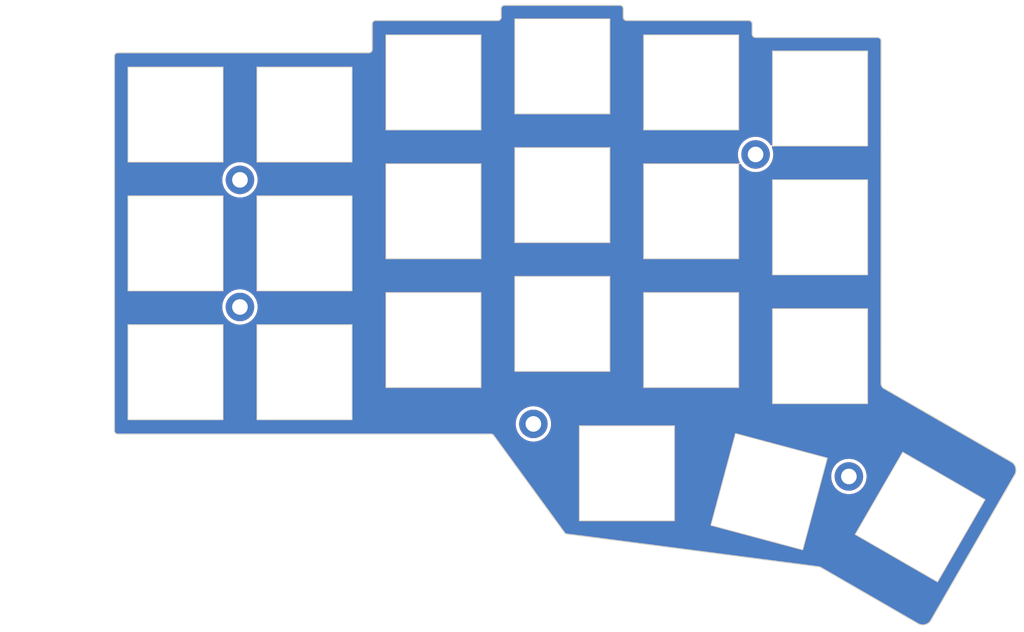
<source format=kicad_pcb>
(kicad_pcb (version 20221018) (generator pcbnew)
  (title_block (title "Corne Top Plate") (date "2018-12-09") (rev "2.1") (company "foostan"))
  (layers (0 "F.Cu" signal) (31 "B.Cu" signal) (34 "B.Paste" user) (35 "F.Paste" user) (36 "B.SilkS" user "B.Silkscreen") (37 "F.SilkS" user "F.Silkscreen") (38 "B.Mask" user) (39 "F.Mask" user) (44 "Edge.Cuts" user))
  (net 0 "")
  (footprint "kbd:M2_Hole_TH" (layer "F.Cu") (at 79.5 86.75)
    (fp_text reference "" (at 0 -3.2) (layer "F.SilkS"))
    (fp_text value "")
    (pad "" thru_hole circle (at 0 0) (size 4.2 4.2) (drill 2.3) (layers "*.Cu" "*.Mask"))
  )
  (footprint "kbd:M2_Hole_TH" (layer "F.Cu") (at 79.5 105.5)
    (fp_text reference "" (at 0 -3.2) (layer "F.SilkS"))
    (fp_text value "")
    (pad "" thru_hole circle (at 0 0) (size 4.2 4.2) (drill 2.3) (layers "*.Cu" "*.Mask"))
  )
  (footprint "kbd:M2_Hole_TH" (layer "F.Cu") (at 155.5 83)
    (fp_text reference "" (at 0 -3.2) (layer "F.SilkS"))
    (fp_text value "")
    (pad "" thru_hole circle (at 0 0) (size 4.2 4.2) (drill 2.3) (layers "*.Cu" "*.Mask"))
  )
  (footprint "kbd:M2_Hole_TH" (layer "F.Cu") (at 122.75 122.75)
    (fp_text reference "" (at 0 -3.2) (layer "F.SilkS"))
    (fp_text value "")
    (pad "" thru_hole circle (at 0 0) (size 4.2 4.2) (drill 2.3) (layers "*.Cu" "*.Mask"))
  )
  (footprint "kbd:M2_Hole_TH" (layer "F.Cu") (at 169.25 130.5)
    (fp_text reference "" (at 0 -3.2) (layer "F.SilkS"))
    (fp_text value "")
    (pad "" thru_hole circle (at 0 0) (size 4.2 4.2) (drill 2.3) (layers "*.Cu" "*.Mask"))
  )
  (footprint "kbd:SW_Hole" (layer "F.Cu") (at 70.01 77.125)
    (fp_text reference "SW2" hide)
    (fp_text value "KEY_SWITCH" hide)
    (fp_line (start -7 -7) (end -7 7) (stroke (width 0.12)) (layer "Edge.Cuts"))
    (fp_line (start -7 7) (end 7 7) (stroke (width 0.12)) (layer "Edge.Cuts"))
    (fp_line (start 7 -7) (end -7 -7) (stroke (width 0.12)) (layer "Edge.Cuts"))
    (fp_line (start 7 7) (end 7 -7) (stroke (width 0.12)) (layer "Edge.Cuts"))
  )
  (footprint "kbd:SW_Hole" (layer "F.Cu") (at 70.01 96.125)
    (fp_text reference "SW2" hide)
    (fp_text value "KEY_SWITCH" hide)
    (fp_line (start -7 -7) (end -7 7) (stroke (width 0.12)) (layer "Edge.Cuts"))
    (fp_line (start -7 7) (end 7 7) (stroke (width 0.12)) (layer "Edge.Cuts"))
    (fp_line (start 7 -7) (end -7 -7) (stroke (width 0.12)) (layer "Edge.Cuts"))
    (fp_line (start 7 7) (end 7 -7) (stroke (width 0.12)) (layer "Edge.Cuts"))
  )
  (footprint "kbd:SW_Hole" (layer "F.Cu") (at 70.01 115.125)
    (fp_text reference "SW2" hide)
    (fp_text value "KEY_SWITCH" hide)
    (fp_line (start -7 -7) (end -7 7) (stroke (width 0.12)) (layer "Edge.Cuts"))
    (fp_line (start -7 7) (end 7 7) (stroke (width 0.12)) (layer "Edge.Cuts"))
    (fp_line (start 7 -7) (end -7 -7) (stroke (width 0.12)) (layer "Edge.Cuts"))
    (fp_line (start 7 7) (end 7 -7) (stroke (width 0.12)) (layer "Edge.Cuts"))
  )
  (footprint "kbd:SW_Hole" (layer "F.Cu") (at 89.01 77.125)
    (fp_text reference "SW2" hide)
    (fp_text value "KEY_SWITCH" hide)
    (fp_line (start -7 -7) (end -7 7) (stroke (width 0.12)) (layer "Edge.Cuts"))
    (fp_line (start -7 7) (end 7 7) (stroke (width 0.12)) (layer "Edge.Cuts"))
    (fp_line (start 7 -7) (end -7 -7) (stroke (width 0.12)) (layer "Edge.Cuts"))
    (fp_line (start 7 7) (end 7 -7) (stroke (width 0.12)) (layer "Edge.Cuts"))
  )
  (footprint "kbd:SW_Hole" (layer "F.Cu") (at 89.01 115.125)
    (fp_text reference "SW2" hide)
    (fp_text value "KEY_SWITCH" hide)
    (fp_line (start -7 -7) (end -7 7) (stroke (width 0.12)) (layer "Edge.Cuts"))
    (fp_line (start -7 7) (end 7 7) (stroke (width 0.12)) (layer "Edge.Cuts"))
    (fp_line (start 7 -7) (end -7 -7) (stroke (width 0.12)) (layer "Edge.Cuts"))
    (fp_line (start 7 7) (end 7 -7) (stroke (width 0.12)) (layer "Edge.Cuts"))
  )
  (footprint "kbd:SW_Hole" (layer "F.Cu") (at 89.01 96.125)
    (fp_text reference "SW2" hide)
    (fp_text value "KEY_SWITCH" hide)
    (fp_line (start -7 -7) (end -7 7) (stroke (width 0.12)) (layer "Edge.Cuts"))
    (fp_line (start -7 7) (end 7 7) (stroke (width 0.12)) (layer "Edge.Cuts"))
    (fp_line (start 7 -7) (end -7 -7) (stroke (width 0.12)) (layer "Edge.Cuts"))
    (fp_line (start 7 7) (end 7 -7) (stroke (width 0.12)) (layer "Edge.Cuts"))
  )
  (footprint "kbd:SW_Hole" (layer "F.Cu") (at 108.01 72.375)
    (fp_text reference "SW2" hide)
    (fp_text value "KEY_SWITCH" hide)
    (fp_line (start -7 -7) (end -7 7) (stroke (width 0.12)) (layer "Edge.Cuts"))
    (fp_line (start -7 7) (end 7 7) (stroke (width 0.12)) (layer "Edge.Cuts"))
    (fp_line (start 7 -7) (end -7 -7) (stroke (width 0.12)) (layer "Edge.Cuts"))
    (fp_line (start 7 7) (end 7 -7) (stroke (width 0.12)) (layer "Edge.Cuts"))
  )
  (footprint "kbd:SW_Hole" (layer "F.Cu") (at 108.01 110.375)
    (fp_text reference "SW2" hide)
    (fp_text value "KEY_SWITCH" hide)
    (fp_line (start -7 -7) (end -7 7) (stroke (width 0.12)) (layer "Edge.Cuts"))
    (fp_line (start -7 7) (end 7 7) (stroke (width 0.12)) (layer "Edge.Cuts"))
    (fp_line (start 7 -7) (end -7 -7) (stroke (width 0.12)) (layer "Edge.Cuts"))
    (fp_line (start 7 7) (end 7 -7) (stroke (width 0.12)) (layer "Edge.Cuts"))
  )
  (footprint "kbd:SW_Hole" (layer "F.Cu") (at 108.01 91.375)
    (fp_text reference "SW2" hide)
    (fp_text value "KEY_SWITCH" hide)
    (fp_line (start -7 -7) (end -7 7) (stroke (width 0.12)) (layer "Edge.Cuts"))
    (fp_line (start -7 7) (end 7 7) (stroke (width 0.12)) (layer "Edge.Cuts"))
    (fp_line (start 7 -7) (end -7 -7) (stroke (width 0.12)) (layer "Edge.Cuts"))
    (fp_line (start 7 7) (end 7 -7) (stroke (width 0.12)) (layer "Edge.Cuts"))
  )
  (footprint "kbd:SW_Hole" (layer "F.Cu") (at 127.01 70)
    (fp_text reference "SW2" hide)
    (fp_text value "KEY_SWITCH" hide)
    (fp_line (start -7 -7) (end -7 7) (stroke (width 0.12)) (layer "Edge.Cuts"))
    (fp_line (start -7 7) (end 7 7) (stroke (width 0.12)) (layer "Edge.Cuts"))
    (fp_line (start 7 -7) (end -7 -7) (stroke (width 0.12)) (layer "Edge.Cuts"))
    (fp_line (start 7 7) (end 7 -7) (stroke (width 0.12)) (layer "Edge.Cuts"))
  )
  (footprint "kbd:SW_Hole" (layer "F.Cu") (at 127.01 108)
    (fp_text reference "SW2" hide)
    (fp_text value "KEY_SWITCH" hide)
    (fp_line (start -7 -7) (end -7 7) (stroke (width 0.12)) (layer "Edge.Cuts"))
    (fp_line (start -7 7) (end 7 7) (stroke (width 0.12)) (layer "Edge.Cuts"))
    (fp_line (start 7 -7) (end -7 -7) (stroke (width 0.12)) (layer "Edge.Cuts"))
    (fp_line (start 7 7) (end 7 -7) (stroke (width 0.12)) (layer "Edge.Cuts"))
  )
  (footprint "kbd:SW_Hole" (layer "F.Cu") (at 127.01 89)
    (fp_text reference "SW2" hide)
    (fp_text value "KEY_SWITCH" hide)
    (fp_line (start -7 -7) (end -7 7) (stroke (width 0.12)) (layer "Edge.Cuts"))
    (fp_line (start -7 7) (end 7 7) (stroke (width 0.12)) (layer "Edge.Cuts"))
    (fp_line (start 7 -7) (end -7 -7) (stroke (width 0.12)) (layer "Edge.Cuts"))
    (fp_line (start 7 7) (end 7 -7) (stroke (width 0.12)) (layer "Edge.Cuts"))
  )
  (footprint "kbd:SW_Hole" (layer "F.Cu") (at 146.01 110.375)
    (fp_text reference "SW2" hide)
    (fp_text value "KEY_SWITCH" hide)
    (fp_line (start -7 -7) (end -7 7) (stroke (width 0.12)) (layer "Edge.Cuts"))
    (fp_line (start -7 7) (end 7 7) (stroke (width 0.12)) (layer "Edge.Cuts"))
    (fp_line (start 7 -7) (end -7 -7) (stroke (width 0.12)) (layer "Edge.Cuts"))
    (fp_line (start 7 7) (end 7 -7) (stroke (width 0.12)) (layer "Edge.Cuts"))
  )
  (footprint "kbd:SW_Hole" (layer "F.Cu") (at 146.01 72.375)
    (fp_text reference "SW2" hide)
    (fp_text value "KEY_SWITCH" hide)
    (fp_line (start -7 -7) (end -7 7) (stroke (width 0.12)) (layer "Edge.Cuts"))
    (fp_line (start -7 7) (end 7 7) (stroke (width 0.12)) (layer "Edge.Cuts"))
    (fp_line (start 7 -7) (end -7 -7) (stroke (width 0.12)) (layer "Edge.Cuts"))
    (fp_line (start 7 7) (end 7 -7) (stroke (width 0.12)) (layer "Edge.Cuts"))
  )
  (footprint "kbd:SW_Hole" (layer "F.Cu") (at 146.01 91.375)
    (fp_text reference "SW2" hide)
    (fp_text value "KEY_SWITCH" hide)
    (fp_line (start -7 -7) (end -7 7) (stroke (width 0.12)) (layer "Edge.Cuts"))
    (fp_line (start -7 7) (end 7 7) (stroke (width 0.12)) (layer "Edge.Cuts"))
    (fp_line (start 7 -7) (end -7 -7) (stroke (width 0.12)) (layer "Edge.Cuts"))
    (fp_line (start 7 7) (end 7 -7) (stroke (width 0.12)) (layer "Edge.Cuts"))
  )
  (footprint "kbd:SW_Hole" (layer "F.Cu") (at 165.01 93.75)
    (fp_text reference "SW2" hide)
    (fp_text value "KEY_SWITCH" hide)
    (fp_line (start -7 -7) (end -7 7) (stroke (width 0.12)) (layer "Edge.Cuts"))
    (fp_line (start -7 7) (end 7 7) (stroke (width 0.12)) (layer "Edge.Cuts"))
    (fp_line (start 7 -7) (end -7 -7) (stroke (width 0.12)) (layer "Edge.Cuts"))
    (fp_line (start 7 7) (end 7 -7) (stroke (width 0.12)) (layer "Edge.Cuts"))
  )
  (footprint "kbd:SW_Hole" (layer "F.Cu") (at 165.01 74.75)
    (fp_text reference "SW2" hide)
    (fp_text value "KEY_SWITCH" hide)
    (fp_line (start -7 -7) (end -7 7) (stroke (width 0.12)) (layer "Edge.Cuts"))
    (fp_line (start -7 7) (end 7 7) (stroke (width 0.12)) (layer "Edge.Cuts"))
    (fp_line (start 7 -7) (end -7 -7) (stroke (width 0.12)) (layer "Edge.Cuts"))
    (fp_line (start 7 7) (end 7 -7) (stroke (width 0.12)) (layer "Edge.Cuts"))
  )
  (footprint "kbd:SW_Hole" (layer "F.Cu") (at 165.01 112.75)
    (fp_text reference "SW2" hide)
    (fp_text value "KEY_SWITCH" hide)
    (fp_line (start -7 -7) (end -7 7) (stroke (width 0.12)) (layer "Edge.Cuts"))
    (fp_line (start -7 7) (end 7 7) (stroke (width 0.12)) (layer "Edge.Cuts"))
    (fp_line (start 7 -7) (end -7 -7) (stroke (width 0.12)) (layer "Edge.Cuts"))
    (fp_line (start 7 7) (end 7 -7) (stroke (width 0.12)) (layer "Edge.Cuts"))
  )
  (footprint "kbd:SW_Hole" (layer "F.Cu") (at 136.53 130.035)
    (fp_text reference "SW2" hide)
    (fp_text value "KEY_SWITCH" hide)
    (fp_line (start -7 -7) (end -7 7) (stroke (width 0.12)) (layer "Edge.Cuts"))
    (fp_line (start -7 7) (end 7 7) (stroke (width 0.12)) (layer "Edge.Cuts"))
    (fp_line (start 7 -7) (end -7 -7) (stroke (width 0.12)) (layer "Edge.Cuts"))
    (fp_line (start 7 7) (end 7 -7) (stroke (width 0.12)) (layer "Edge.Cuts"))
  )
  (footprint "kbd:SW_Hole" (layer "F.Cu") (at 157.492 132.744 -15)
    (fp_text reference "SW2" hide)
    (fp_text value "KEY_SWITCH" hide)
    (fp_line (start -7 -7) (end -7 7) (stroke (width 0.12)) (layer "Edge.Cuts"))
    (fp_line (start -7 7) (end 7 7) (stroke (width 0.12)) (layer "Edge.Cuts"))
    (fp_line (start 7 -7) (end -7 -7) (stroke (width 0.12)) (layer "Edge.Cuts"))
    (fp_line (start 7 7) (end 7 -7) (stroke (width 0.12)) (layer "Edge.Cuts"))
  )
  (footprint "kbd:SW_Hole" (layer "F.Cu") (at 179.75 136.485 -30)
    (fp_text reference "SW2" hide)
    (fp_text value "KEY_SWITCH" hide)
    (fp_line (start -7 -7) (end -7 7) (stroke (width 0.12)) (layer "Edge.Cuts"))
    (fp_line (start -7 7) (end 7 7) (stroke (width 0.12)) (layer "Edge.Cuts"))
    (fp_line (start 7 -7) (end -7 -7) (stroke (width 0.12)) (layer "Edge.Cuts"))
    (fp_line (start 7 7) (end 7 -7) (stroke (width 0.12)) (layer "Edge.Cuts"))
  )
  (footprint "kbd:corne-logo-horizontal-mask" (layer "F.Cu") (at 108.335 121.925)
    (fp_text reference "G***" hide)
    (fp_text value "LOGO" hide)
  )
  (footprint "kbd:corne-logo-horizontal-mask" (layer "B.Cu") (at 108.085 121.975 180)
    (fp_text reference "G***" hide)
    (fp_text value "LOGO" hide)
  )
  (gr_arc (start 193.270509 128.396988) (mid 193.860661 129.282182) (end 193.65 130.325) (stroke (width 0.15)) (layer "Edge.Cuts"))
  (gr_line (start 173.5 65.75) (end 155.5 65.75) (stroke (width 0.15)) (layer "Edge.Cuts"))
  (gr_line (start 118 61.5) (end 118 62.75) (stroke (width 0.15)) (layer "Edge.Cuts"))
  (gr_line (start 174 66.25) (end 173.997282 116.810192) (stroke (width 0.15)) (layer "Edge.Cuts"))
  (gr_arc (start 118 62.75) (mid 117.853553 63.103553) (end 117.5 63.25) (stroke (width 0.15)) (layer "Edge.Cuts"))
  (gr_arc (start 61.5 124.25) (mid 61.146447 124.103553) (end 61 123.75) (stroke (width 0.15)) (layer "Edge.Cuts"))
  (gr_line (start 127.75 139) (end 164.420556 143.770344) (stroke (width 0.15)) (layer "Edge.Cuts"))
  (gr_line (start 61 68.5) (end 61 123.75) (stroke (width 0.15)) (layer "Edge.Cuts"))
  (gr_arc (start 164.420556 143.770344) (mid 164.750952 143.819149) (end 165.075 143.9) (stroke (width 0.15)) (layer "Edge.Cuts"))
  (gr_arc (start 155.5 65.75) (mid 155.146447 65.603553) (end 155 65.25) (stroke (width 0.15)) (layer "Edge.Cuts"))
  (gr_line (start 165.075 143.9) (end 179.369251 152.160956) (stroke (width 0.15)) (layer "Edge.Cuts"))
  (gr_arc (start 174.35 117.475) (mid 174.096093 117.183739) (end 173.997282 116.810192) (stroke (width 0.15)) (layer "Edge.Cuts"))
  (gr_line (start 135.5 61) (end 118.5 61) (stroke (width 0.15)) (layer "Edge.Cuts"))
  (gr_arc (start 136.5 63.25) (mid 136.146447 63.103553) (end 136 62.75) (stroke (width 0.15)) (layer "Edge.Cuts"))
  (gr_arc (start 61 68.5) (mid 61.146447 68.146447) (end 61.5 68) (stroke (width 0.15)) (layer "Edge.Cuts"))
  (gr_line (start 117.5 63.25) (end 99.5 63.25) (stroke (width 0.15)) (layer "Edge.Cuts"))
  (gr_arc (start 135.5 61) (mid 135.853553 61.146447) (end 136 61.5) (stroke (width 0.15)) (layer "Edge.Cuts"))
  (gr_arc (start 116.5 124.25) (mid 116.691342 124.28806) (end 116.853553 124.396447) (stroke (width 0.15)) (layer "Edge.Cuts"))
  (gr_arc (start 99 63.75) (mid 99.146447 63.396447) (end 99.5 63.25) (stroke (width 0.15)) (layer "Edge.Cuts"))
  (gr_line (start 193.270509 128.396988) (end 174.35 117.475) (stroke (width 0.15)) (layer "Edge.Cuts"))
  (gr_line (start 98.5 68) (end 61.5 68) (stroke (width 0.15)) (layer "Edge.Cuts"))
  (gr_line (start 136 62.75) (end 136 61.5) (stroke (width 0.15)) (layer "Edge.Cuts"))
  (gr_arc (start 127.75 139) (mid 127.558658 138.96194) (end 127.396447 138.853553) (stroke (width 0.15)) (layer "Edge.Cuts"))
  (gr_arc (start 118 61.5) (mid 118.146447 61.146447) (end 118.5 61) (stroke (width 0.15)) (layer "Edge.Cuts"))
  (gr_line (start 116.853553 124.396447) (end 127.396447 138.853553) (stroke (width 0.15)) (layer "Edge.Cuts"))
  (gr_line (start 116.5 124.25) (end 61.5 124.25) (stroke (width 0.15)) (layer "Edge.Cuts"))
  (gr_line (start 99 63.75) (end 99 67.5) (stroke (width 0.15)) (layer "Edge.Cuts"))
  (gr_arc (start 154.5 63.25) (mid 154.853553 63.396447) (end 155 63.75) (stroke (width 0.15)) (layer "Edge.Cuts"))
  (gr_arc (start 173.5 65.75) (mid 173.853553 65.896447) (end 174 66.25) (stroke (width 0.15)) (layer "Edge.Cuts"))
  (gr_arc (start 181.297263 151.781465) (mid 180.412069 152.371617) (end 179.369251 152.160956) (stroke (width 0.15)) (layer "Edge.Cuts"))
  (gr_line (start 154.5 63.25) (end 136.5 63.25) (stroke (width 0.15)) (layer "Edge.Cuts"))
  (gr_line (start 155 65.25) (end 155 63.75) (stroke (width 0.15)) (layer "Edge.Cuts"))
  (gr_line (start 181.297263 151.781465) (end 193.65 130.325) (stroke (width 0.15)) (layer "Edge.Cuts"))
  (gr_arc (start 99 67.5) (mid 98.853553 67.853553) (end 98.5 68) (stroke (width 0.15)) (layer "Edge.Cuts"))
  (zone (net 0) (net_name "") (layer "F.Cu") (connect_pads (clearance 0.508)) (min_thickness 0.254) (fill yes (thermal_gap 0.508) (thermal_bridge_width 0.508))
    (polygon (pts (xy 136.535 62.875) (xy 155.56 62.875) (xy 155.56 65.225) (xy 174.535 65.225) (xy 174.535 116.7) (xy 195.085 128.65) (xy 180.71 153.475) (xy 164.86 144.3) (xy 127.31 139.425) (xy 116.635 124.65) (xy 60.485 124.65) (xy 60.485 67.6) (xy 98.485 67.6) (xy 98.485 62.85) (xy 117.485 62.85) (xy 117.485 60.475) (xy 136.535 60.475)))
  )
  (zone (net 0) (net_name "") (layer "B.Cu") (connect_pads (clearance 0.508)) (min_thickness 0.254) (fill yes (thermal_gap 0.508) (thermal_bridge_width 0.508))
    (polygon (pts (xy 136.535 62.85) (xy 155.56 62.85) (xy 155.56 65.225) (xy 174.535 65.225) (xy 174.535 116.7) (xy 195.035 128.625) (xy 180.71 153.45) (xy 164.91 144.325) (xy 127.31 139.425) (xy 116.635 124.65) (xy 60.485 124.65) (xy 60.485 67.6) (xy 98.485 67.6) (xy 98.485 62.85) (xy 117.485 62.875) (xy 117.485 60.475) (xy 136.535 60.475)))
  )
)
</source>
